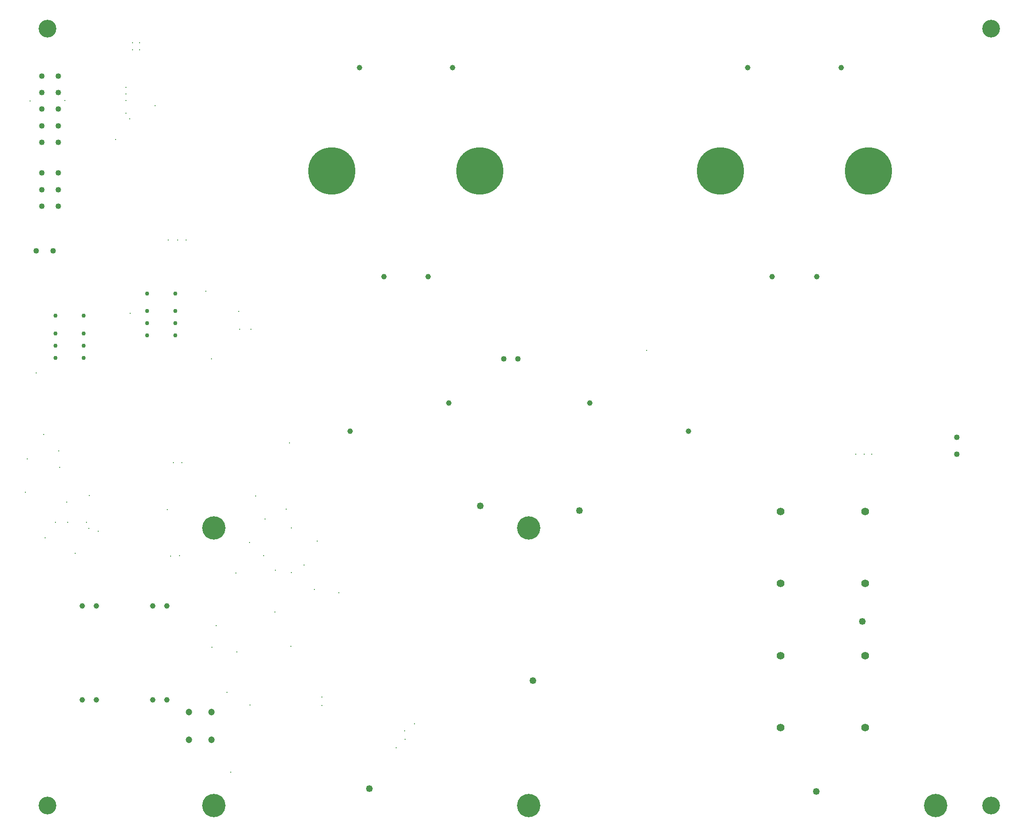
<source format=gbr>
%TF.GenerationSoftware,Altium Limited,Altium Designer,24.2.2 (26)*%
G04 Layer_Color=0*
%FSLAX45Y45*%
%MOMM*%
%TF.SameCoordinates,E62911D3-7CC7-41A5-B2DD-A777233C8753*%
%TF.FilePolarity,Positive*%
%TF.FileFunction,Plated,1,4,PTH,Drill*%
%TF.Part,Single*%
G01*
G75*
%TA.AperFunction,ComponentDrill*%
%ADD136C,1.40000*%
%ADD139C,1.02000*%
%ADD148C,1.25000*%
%ADD149C,3.20000*%
%ADD150C,4.20000*%
%ADD151C,1.00000*%
%ADD152C,8.50000*%
%ADD153C,1.20000*%
%ADD154C,1.02000*%
%ADD155C,0.75000*%
%ADD156C,1.25000*%
%TA.AperFunction,ViaDrill,NotFilled*%
%ADD157C,0.30480*%
D136*
X15230000Y5800000D02*
D03*
X13710001D02*
D03*
X15230000Y1900000D02*
D03*
X13710001D02*
D03*
Y3200000D02*
D03*
X15230000D02*
D03*
Y4500000D02*
D03*
X13710001D02*
D03*
D139*
X600000Y10500000D02*
D03*
X300000D02*
D03*
X16881000Y6835000D02*
D03*
Y7135000D02*
D03*
X400000Y11300000D02*
D03*
Y11600000D02*
D03*
Y11900000D02*
D03*
X700000Y11300000D02*
D03*
Y11600000D02*
D03*
Y11900000D02*
D03*
X400000Y12450000D02*
D03*
Y12750000D02*
D03*
Y13050000D02*
D03*
Y13350000D02*
D03*
Y13650000D02*
D03*
X700000Y12450000D02*
D03*
Y12750000D02*
D03*
Y13050000D02*
D03*
Y13350000D02*
D03*
Y13650000D02*
D03*
D148*
X10086500Y5813300D02*
D03*
X15186501Y3813300D02*
D03*
X14350000Y750000D02*
D03*
X9250000Y2750000D02*
D03*
D149*
X17500000Y14500000D02*
D03*
X500000D02*
D03*
Y500000D02*
D03*
X17500000D02*
D03*
D150*
X3500000D02*
D03*
X9175000Y5500000D02*
D03*
Y500000D02*
D03*
X3500000Y5500000D02*
D03*
X16500000Y500000D02*
D03*
D151*
X7800000Y13800000D02*
D03*
X6120000D02*
D03*
X7360000Y10030000D02*
D03*
X6560000D02*
D03*
X13560001D02*
D03*
X14360001D02*
D03*
X13120000Y13800000D02*
D03*
X14800000D02*
D03*
X2654000Y2400000D02*
D03*
X2400000D02*
D03*
X1384000D02*
D03*
X1130000D02*
D03*
X2654000Y4100000D02*
D03*
X2400000D02*
D03*
X1384000D02*
D03*
X1130000D02*
D03*
X5952000Y7250000D02*
D03*
X7730000Y7758000D02*
D03*
X10270000D02*
D03*
X12048000Y7250000D02*
D03*
D152*
X8295000Y11940000D02*
D03*
X5625000D02*
D03*
X12625000D02*
D03*
X15295000D02*
D03*
D153*
X3054400Y2184400D02*
D03*
X3454400D02*
D03*
X3054400Y1684400D02*
D03*
X3454400D02*
D03*
D154*
X8723000Y8550000D02*
D03*
X8977000D02*
D03*
D155*
X2296000Y9730000D02*
D03*
X2804000D02*
D03*
X2296000Y9410000D02*
D03*
Y9190000D02*
D03*
Y8970000D02*
D03*
X2804000D02*
D03*
Y9190000D02*
D03*
Y9410000D02*
D03*
X1154000Y9010000D02*
D03*
Y8790000D02*
D03*
Y8570000D02*
D03*
X646000D02*
D03*
Y8790000D02*
D03*
Y9010000D02*
D03*
X1154000Y9330000D02*
D03*
X646000D02*
D03*
D156*
X6300000Y800000D02*
D03*
X8300000Y5900000D02*
D03*
D157*
X457200Y5321300D02*
D03*
X7112000Y1968500D02*
D03*
X6946900Y1689100D02*
D03*
X6781800Y1536700D02*
D03*
X4864100Y7035800D02*
D03*
X2032000Y14122400D02*
D03*
X2159000D02*
D03*
X4419600Y5664200D02*
D03*
X3460938Y8549300D02*
D03*
X2927676Y6680200D02*
D03*
X812800Y13208000D02*
D03*
X1420000Y5440899D02*
D03*
X4805000Y5838550D02*
D03*
X15348935Y6835000D02*
D03*
X15062199Y6832600D02*
D03*
X15214600D02*
D03*
X2768600Y6680200D02*
D03*
X4254500Y6076950D02*
D03*
X4900000Y5500000D02*
D03*
X5359400Y5264150D02*
D03*
X4140200Y5238750D02*
D03*
X6934200Y1841500D02*
D03*
X2717800Y4991100D02*
D03*
X2663400Y5832900D02*
D03*
X3898900Y4686300D02*
D03*
X5308600Y4394200D02*
D03*
X5127300Y4832649D02*
D03*
X4600532Y3987800D02*
D03*
X4400000Y5000000D02*
D03*
X4900000Y4700000D02*
D03*
X2882900Y5003800D02*
D03*
X4610100Y4737100D02*
D03*
X3538654Y3741264D02*
D03*
X3467100Y3352800D02*
D03*
X3911600Y3263900D02*
D03*
X5753100Y4330700D02*
D03*
X4889500Y3365500D02*
D03*
X4152900Y2311400D02*
D03*
X3733800Y2540000D02*
D03*
X5450000Y2450000D02*
D03*
Y2300000D02*
D03*
X3800000Y1100000D02*
D03*
X3001401Y10693400D02*
D03*
X2851150D02*
D03*
X2679700D02*
D03*
X3947160Y9404387D02*
D03*
X4165600Y9080500D02*
D03*
X3962400D02*
D03*
X3352800Y9766300D02*
D03*
X300000Y8295534D02*
D03*
X11300000Y8700000D02*
D03*
X1731015Y12500000D02*
D03*
X1981360Y12877640D02*
D03*
X1917700Y12977522D02*
D03*
X189134Y13199448D02*
D03*
X1993900Y9372600D02*
D03*
X101600Y6146800D02*
D03*
X1251087Y5493548D02*
D03*
X139700Y6743700D02*
D03*
X723900Y6591300D02*
D03*
X647700Y5600700D02*
D03*
X863600D02*
D03*
X1257300Y6083300D02*
D03*
X850150Y5969750D02*
D03*
X1003300Y5041900D02*
D03*
X1202424Y5599624D02*
D03*
X1917700Y13442290D02*
D03*
Y13321950D02*
D03*
Y13208000D02*
D03*
X2437192Y13115393D02*
D03*
X2159000Y14249400D02*
D03*
X2032000D02*
D03*
X703761Y6892561D02*
D03*
X430600Y7187000D02*
D03*
%TF.MD5,b69f8a44f534e13f18df876e74d9df44*%
M02*

</source>
